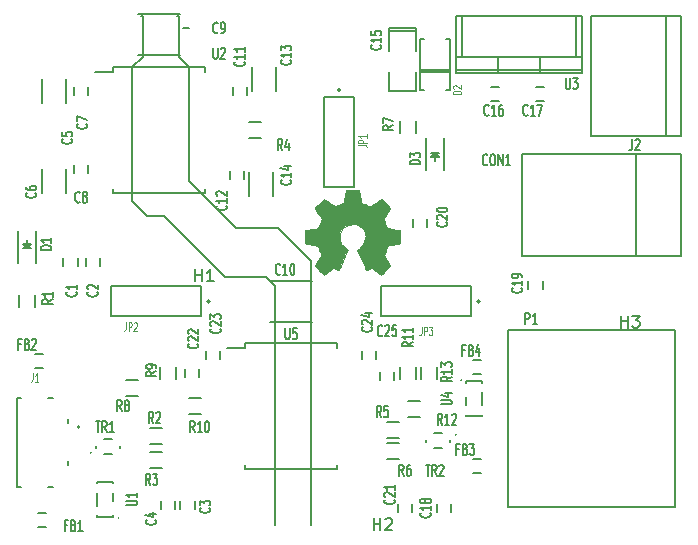
<source format=gbr>
G04 #@! TF.FileFunction,Legend,Top*
%FSLAX46Y46*%
G04 Gerber Fmt 4.6, Leading zero omitted, Abs format (unit mm)*
G04 Created by KiCad (PCBNEW 4.0.2-stable) date 26/07/2016 20:14:39*
%MOMM*%
G01*
G04 APERTURE LIST*
%ADD10C,0.100000*%
%ADD11C,0.200000*%
%ADD12C,0.150000*%
%ADD13C,0.203200*%
%ADD14C,0.127000*%
%ADD15C,0.002540*%
%ADD16C,0.152400*%
%ADD17C,0.114300*%
G04 APERTURE END LIST*
D10*
D11*
X122428000Y-93599000D02*
X121158000Y-92329000D01*
X123825000Y-93599000D02*
X122428000Y-93599000D01*
X125222000Y-94996000D02*
X123825000Y-93599000D01*
X121158000Y-81026000D02*
X121285000Y-81026000D01*
X121158000Y-92329000D02*
X121158000Y-81026000D01*
X129032000Y-98806000D02*
X129032000Y-98679000D01*
X132461000Y-98806000D02*
X129032000Y-98806000D01*
X125222000Y-94996000D02*
X129032000Y-98806000D01*
X122047000Y-76708000D02*
X121920000Y-76708000D01*
X122047000Y-80137000D02*
X122047000Y-76708000D01*
X121158000Y-81026000D02*
X122047000Y-80137000D01*
X125095000Y-76708000D02*
X124968000Y-76708000D01*
X125095000Y-80137000D02*
X125095000Y-76708000D01*
X125984000Y-81026000D02*
X125095000Y-80137000D01*
X125984000Y-90678000D02*
X125984000Y-81026000D01*
X129921000Y-94615000D02*
X125984000Y-90678000D01*
X133477000Y-94615000D02*
X129921000Y-94615000D01*
X133985000Y-95123000D02*
X133477000Y-94615000D01*
X136271000Y-97409000D02*
X133985000Y-95123000D01*
X136271000Y-119761000D02*
X136271000Y-97409000D01*
X136271000Y-99187000D02*
X136271000Y-119761000D01*
X133223000Y-104394000D02*
X133223000Y-119761000D01*
X133223000Y-102743000D02*
X133223000Y-104394000D01*
X133223000Y-99568000D02*
X133223000Y-102743000D01*
X132461000Y-98806000D02*
X133223000Y-99568000D01*
X125984000Y-77724000D02*
X125476000Y-77724000D01*
D12*
X166878000Y-97028000D02*
X167640000Y-97028000D01*
X167640000Y-97028000D02*
X167640000Y-88392000D01*
X167640000Y-88392000D02*
X166878000Y-88392000D01*
X163830000Y-97028000D02*
X163830000Y-88392000D01*
X154178000Y-97028000D02*
X154178000Y-88392000D01*
X166878000Y-88392000D02*
X154178000Y-88392000D01*
X166878000Y-97028000D02*
X154178000Y-97028000D01*
X153032880Y-103250140D02*
X167129880Y-103250140D01*
X167129880Y-118236140D02*
X153032880Y-118236140D01*
X153032880Y-103250140D02*
X153032880Y-118236140D01*
X167129880Y-103250140D02*
X167129880Y-118236140D01*
X115351000Y-97886000D02*
X115351000Y-97186000D01*
X116551000Y-97186000D02*
X116551000Y-97886000D01*
X117256000Y-97886000D02*
X117256000Y-97186000D01*
X118456000Y-97186000D02*
X118456000Y-97886000D01*
X125257000Y-118460000D02*
X125257000Y-117760000D01*
X126457000Y-117760000D02*
X126457000Y-118460000D01*
X123606000Y-118460000D02*
X123606000Y-117760000D01*
X124806000Y-117760000D02*
X124806000Y-118460000D01*
X115579000Y-84058000D02*
X115579000Y-82058000D01*
X113529000Y-82058000D02*
X113529000Y-84058000D01*
X115579000Y-91678000D02*
X115579000Y-89678000D01*
X113529000Y-89678000D02*
X113529000Y-91678000D01*
X117440000Y-82708000D02*
X117440000Y-83408000D01*
X116240000Y-83408000D02*
X116240000Y-82708000D01*
X117440000Y-89312000D02*
X117440000Y-90012000D01*
X116240000Y-90012000D02*
X116240000Y-89312000D01*
X121644000Y-79957000D02*
X125244000Y-79957000D01*
X125244000Y-76507000D02*
X121644000Y-76507000D01*
X132820000Y-102563000D02*
X136420000Y-102563000D01*
X136420000Y-99113000D02*
X132820000Y-99113000D01*
X130902000Y-82708000D02*
X130902000Y-83408000D01*
X129702000Y-83408000D02*
X129702000Y-82708000D01*
X130648000Y-89820000D02*
X130648000Y-90520000D01*
X129448000Y-90520000D02*
X129448000Y-89820000D01*
X133359000Y-83042000D02*
X133359000Y-81042000D01*
X131309000Y-81042000D02*
X131309000Y-83042000D01*
X133105000Y-91932000D02*
X133105000Y-89932000D01*
X131055000Y-89932000D02*
X131055000Y-91932000D01*
X145161000Y-77978000D02*
X145161000Y-77724000D01*
X145161000Y-77724000D02*
X142875000Y-77724000D01*
X142875000Y-77724000D02*
X142875000Y-77978000D01*
X145161000Y-77978000D02*
X142875000Y-77978000D01*
X142875000Y-77978000D02*
X142875000Y-79629000D01*
X145161000Y-81407000D02*
X145161000Y-83058000D01*
X145161000Y-83058000D02*
X142875000Y-83058000D01*
X142875000Y-83058000D02*
X142875000Y-81407000D01*
X145161000Y-79629000D02*
X145161000Y-77978000D01*
X151542000Y-82712000D02*
X152242000Y-82712000D01*
X152242000Y-83912000D02*
X151542000Y-83912000D01*
X156052000Y-83912000D02*
X155352000Y-83912000D01*
X155352000Y-82712000D02*
X156052000Y-82712000D01*
X146974000Y-118714000D02*
X146974000Y-118014000D01*
X148174000Y-118014000D02*
X148174000Y-118714000D01*
X154721000Y-99791000D02*
X154721000Y-99091000D01*
X155921000Y-99091000D02*
X155921000Y-99791000D01*
X144942000Y-94584000D02*
X144942000Y-93884000D01*
X146142000Y-93884000D02*
X146142000Y-94584000D01*
X143672000Y-118714000D02*
X143672000Y-118014000D01*
X144872000Y-118014000D02*
X144872000Y-118714000D01*
X125638000Y-107284000D02*
X125638000Y-106584000D01*
X126838000Y-106584000D02*
X126838000Y-107284000D01*
X127416000Y-105760000D02*
X127416000Y-105060000D01*
X128616000Y-105060000D02*
X128616000Y-105760000D01*
X140624000Y-105760000D02*
X140624000Y-105060000D01*
X141824000Y-105060000D02*
X141824000Y-105760000D01*
X142148000Y-107538000D02*
X142148000Y-106838000D01*
X143348000Y-106838000D02*
X143348000Y-107538000D01*
X113018000Y-97612000D02*
X113018000Y-94912000D01*
X111518000Y-97612000D02*
X111518000Y-94912000D01*
X112418000Y-96112000D02*
X112168000Y-96112000D01*
X112168000Y-96112000D02*
X112318000Y-96262000D01*
X111918000Y-96362000D02*
X112618000Y-96362000D01*
X112268000Y-96012000D02*
X112268000Y-95662000D01*
X112268000Y-96362000D02*
X111918000Y-96012000D01*
X111918000Y-96012000D02*
X112618000Y-96012000D01*
X112618000Y-96012000D02*
X112268000Y-96362000D01*
X146062000Y-87046000D02*
X146062000Y-89746000D01*
X147562000Y-87046000D02*
X147562000Y-89746000D01*
X146662000Y-88546000D02*
X146912000Y-88546000D01*
X146912000Y-88546000D02*
X146762000Y-88396000D01*
X147162000Y-88296000D02*
X146462000Y-88296000D01*
X146812000Y-88646000D02*
X146812000Y-88996000D01*
X146812000Y-88296000D02*
X147162000Y-88646000D01*
X147162000Y-88646000D02*
X146462000Y-88646000D01*
X146462000Y-88646000D02*
X146812000Y-88296000D01*
X113888000Y-119980000D02*
X113188000Y-119980000D01*
X113188000Y-118780000D02*
X113888000Y-118780000D01*
X112934000Y-105318000D02*
X113634000Y-105318000D01*
X113634000Y-106518000D02*
X112934000Y-106518000D01*
X150018000Y-114208000D02*
X150718000Y-114208000D01*
X150718000Y-115408000D02*
X150018000Y-115408000D01*
X150718000Y-107026000D02*
X150018000Y-107026000D01*
X150018000Y-105826000D02*
X150718000Y-105826000D01*
X166370000Y-76708000D02*
X166370000Y-86868000D01*
X167640000Y-76708000D02*
X160020000Y-76708000D01*
X160020000Y-76708000D02*
X160020000Y-86868000D01*
X160020000Y-86868000D02*
X167640000Y-86868000D01*
X167640000Y-86868000D02*
X167640000Y-76708000D01*
X111593000Y-101338000D02*
X111593000Y-100338000D01*
X112943000Y-100338000D02*
X112943000Y-101338000D01*
X122690000Y-111593000D02*
X123690000Y-111593000D01*
X123690000Y-112943000D02*
X122690000Y-112943000D01*
X122690000Y-113625000D02*
X123690000Y-113625000D01*
X123690000Y-114975000D02*
X122690000Y-114975000D01*
X131072000Y-85685000D02*
X132072000Y-85685000D01*
X132072000Y-87035000D02*
X131072000Y-87035000D01*
X142756000Y-111085000D02*
X143756000Y-111085000D01*
X143756000Y-112435000D02*
X142756000Y-112435000D01*
X142756000Y-112863000D02*
X143756000Y-112863000D01*
X143756000Y-114213000D02*
X142756000Y-114213000D01*
X145201000Y-85606000D02*
X145201000Y-86606000D01*
X143851000Y-86606000D02*
X143851000Y-85606000D01*
X121658000Y-108879000D02*
X120658000Y-108879000D01*
X120658000Y-107529000D02*
X121658000Y-107529000D01*
X124881000Y-106434000D02*
X124881000Y-107434000D01*
X123531000Y-107434000D02*
X123531000Y-106434000D01*
X126992000Y-110403000D02*
X125992000Y-110403000D01*
X125992000Y-109053000D02*
X126992000Y-109053000D01*
X143851000Y-107434000D02*
X143851000Y-106434000D01*
X145201000Y-106434000D02*
X145201000Y-107434000D01*
X145534000Y-110657000D02*
X144534000Y-110657000D01*
X144534000Y-109307000D02*
X145534000Y-109307000D01*
X145629000Y-107434000D02*
X145629000Y-106434000D01*
X146979000Y-106434000D02*
X146979000Y-107434000D01*
X119569000Y-81035000D02*
X119569000Y-81390000D01*
X127319000Y-81035000D02*
X127319000Y-81390000D01*
X127319000Y-91685000D02*
X127319000Y-91330000D01*
X119569000Y-91685000D02*
X119569000Y-91330000D01*
X119569000Y-81035000D02*
X127319000Y-81035000D01*
X119569000Y-91685000D02*
X127319000Y-91685000D01*
X119569000Y-81390000D02*
X118044000Y-81390000D01*
X149098000Y-80137000D02*
X149098000Y-76708000D01*
X158750000Y-80137000D02*
X158750000Y-76708000D01*
X148590000Y-81280000D02*
X159258000Y-81280000D01*
X152146000Y-80264000D02*
X152146000Y-81534000D01*
X155702000Y-80264000D02*
X155702000Y-81534000D01*
X159258000Y-80137000D02*
X148590000Y-80137000D01*
X148590000Y-76708000D02*
X159258000Y-76708000D01*
X159258000Y-81534000D02*
X159258000Y-76708000D01*
X148590000Y-81534000D02*
X148590000Y-76708000D01*
X148590000Y-81534000D02*
X159258000Y-81534000D01*
D13*
X138811000Y-82931000D02*
G75*
G03X138811000Y-82931000I-127000J0D01*
G01*
D14*
X137414000Y-83566000D02*
X139954000Y-83566000D01*
X139954000Y-83566000D02*
X139954000Y-91186000D01*
X139954000Y-91186000D02*
X137414000Y-91186000D01*
X137414000Y-91186000D02*
X137414000Y-83566000D01*
D13*
X127762000Y-100838000D02*
G75*
G03X127762000Y-100838000I-127000J0D01*
G01*
D14*
X127000000Y-99568000D02*
X127000000Y-102108000D01*
X127000000Y-102108000D02*
X119380000Y-102108000D01*
X119380000Y-102108000D02*
X119380000Y-99568000D01*
X119380000Y-99568000D02*
X127000000Y-99568000D01*
D13*
X150622000Y-100838000D02*
G75*
G03X150622000Y-100838000I-127000J0D01*
G01*
D14*
X149860000Y-99568000D02*
X149860000Y-102108000D01*
X149860000Y-102108000D02*
X142240000Y-102108000D01*
X142240000Y-102108000D02*
X142240000Y-99568000D01*
X142240000Y-99568000D02*
X149860000Y-99568000D01*
D12*
X130745000Y-104403000D02*
X130745000Y-104758000D01*
X138495000Y-104403000D02*
X138495000Y-104758000D01*
X138495000Y-115053000D02*
X138495000Y-114698000D01*
X130745000Y-115053000D02*
X130745000Y-114698000D01*
X130745000Y-104403000D02*
X138495000Y-104403000D01*
X130745000Y-115053000D02*
X138495000Y-115053000D01*
X130745000Y-104758000D02*
X129220000Y-104758000D01*
D14*
X111753000Y-116526000D02*
X111453000Y-116526000D01*
X111453000Y-109026000D02*
X111753000Y-109026000D01*
D13*
X116703711Y-111476000D02*
G75*
G03X116703711Y-111476000I-70711J0D01*
G01*
D14*
X115753000Y-114376000D02*
X115753000Y-114726000D01*
X115753000Y-110826000D02*
X115753000Y-111176000D01*
X114503000Y-109026000D02*
X114003000Y-109026000D01*
X114503000Y-116526000D02*
X114003000Y-116526000D01*
X111453000Y-109026000D02*
X111453000Y-116526000D01*
D15*
G36*
X137403840Y-98587560D02*
X137444480Y-98567240D01*
X137538460Y-98508820D01*
X137673080Y-98419920D01*
X137830560Y-98315780D01*
X137988040Y-98206560D01*
X138117580Y-98120200D01*
X138209020Y-98061780D01*
X138247120Y-98041460D01*
X138267440Y-98046540D01*
X138343640Y-98084640D01*
X138452860Y-98140520D01*
X138516360Y-98173540D01*
X138615420Y-98216720D01*
X138666220Y-98226880D01*
X138673840Y-98211640D01*
X138711940Y-98135440D01*
X138767820Y-98003360D01*
X138844020Y-97830640D01*
X138930380Y-97627440D01*
X139024360Y-97409000D01*
X139115800Y-97185480D01*
X139204700Y-96972120D01*
X139283440Y-96781620D01*
X139346940Y-96626680D01*
X139387580Y-96517460D01*
X139402820Y-96471740D01*
X139397740Y-96461580D01*
X139346940Y-96413320D01*
X139260580Y-96347280D01*
X139070080Y-96192340D01*
X138884660Y-95958660D01*
X138770360Y-95694500D01*
X138732260Y-95399860D01*
X138765280Y-95128080D01*
X138871960Y-94866460D01*
X139054840Y-94630240D01*
X139275820Y-94454980D01*
X139534900Y-94343220D01*
X139827000Y-94307660D01*
X140106400Y-94338140D01*
X140373100Y-94444820D01*
X140609320Y-94625160D01*
X140708380Y-94739460D01*
X140845540Y-94978220D01*
X140924280Y-95234760D01*
X140931900Y-95298260D01*
X140921740Y-95580200D01*
X140837920Y-95849440D01*
X140690600Y-96090740D01*
X140484860Y-96286320D01*
X140456920Y-96306640D01*
X140362940Y-96377760D01*
X140299440Y-96426020D01*
X140248640Y-96466660D01*
X140606780Y-97327720D01*
X140662660Y-97464880D01*
X140761720Y-97701100D01*
X140848080Y-97904300D01*
X140916660Y-98064320D01*
X140964920Y-98173540D01*
X140985240Y-98216720D01*
X140987780Y-98219260D01*
X141018260Y-98224340D01*
X141084300Y-98198940D01*
X141203680Y-98140520D01*
X141284960Y-98099880D01*
X141376400Y-98056700D01*
X141417040Y-98041460D01*
X141452600Y-98059240D01*
X141538960Y-98117660D01*
X141668500Y-98201480D01*
X141820900Y-98305620D01*
X141968220Y-98407220D01*
X142102840Y-98496120D01*
X142201900Y-98557080D01*
X142250160Y-98585020D01*
X142257780Y-98585020D01*
X142298420Y-98559620D01*
X142377160Y-98496120D01*
X142494000Y-98384360D01*
X142659100Y-98221800D01*
X142684500Y-98196400D01*
X142821660Y-98056700D01*
X142933420Y-97939860D01*
X143007080Y-97858580D01*
X143032480Y-97820480D01*
X143032480Y-97820480D01*
X143009620Y-97772220D01*
X142946120Y-97675700D01*
X142857220Y-97538540D01*
X142748000Y-97378520D01*
X142463520Y-96964500D01*
X142621000Y-96573340D01*
X142669260Y-96453960D01*
X142730220Y-96309180D01*
X142773400Y-96205040D01*
X142798800Y-96159320D01*
X142839440Y-96144080D01*
X142948660Y-96118680D01*
X143103600Y-96085660D01*
X143286480Y-96052640D01*
X143464280Y-96019620D01*
X143624300Y-95989140D01*
X143738600Y-95966280D01*
X143789400Y-95956120D01*
X143802100Y-95948500D01*
X143812260Y-95923100D01*
X143819880Y-95869760D01*
X143822420Y-95773240D01*
X143824960Y-95620840D01*
X143824960Y-95399860D01*
X143824960Y-95377000D01*
X143822420Y-95166180D01*
X143819880Y-94998540D01*
X143814800Y-94889320D01*
X143807180Y-94846140D01*
X143807180Y-94846140D01*
X143756380Y-94833440D01*
X143644620Y-94810580D01*
X143484600Y-94777560D01*
X143294100Y-94742000D01*
X143283940Y-94739460D01*
X143093440Y-94703900D01*
X142935960Y-94670880D01*
X142824200Y-94645480D01*
X142778480Y-94630240D01*
X142768320Y-94617540D01*
X142730220Y-94543880D01*
X142674340Y-94427040D01*
X142613380Y-94282260D01*
X142549880Y-94134940D01*
X142496540Y-94000320D01*
X142460980Y-93901260D01*
X142450820Y-93855540D01*
X142450820Y-93855540D01*
X142478760Y-93809820D01*
X142544800Y-93710760D01*
X142636240Y-93576140D01*
X142748000Y-93413580D01*
X142755620Y-93400880D01*
X142864840Y-93240860D01*
X142953740Y-93106240D01*
X143012160Y-93009720D01*
X143032480Y-92966540D01*
X143032480Y-92964000D01*
X142996920Y-92915740D01*
X142915640Y-92826840D01*
X142798800Y-92704920D01*
X142659100Y-92562680D01*
X142613380Y-92519500D01*
X142458440Y-92367100D01*
X142351760Y-92268040D01*
X142283180Y-92214700D01*
X142250160Y-92202000D01*
X142250160Y-92204540D01*
X142201900Y-92232480D01*
X142100300Y-92298520D01*
X141963140Y-92392500D01*
X141800580Y-92501720D01*
X141790420Y-92509340D01*
X141630400Y-92618560D01*
X141498320Y-92707460D01*
X141401800Y-92770960D01*
X141361160Y-92796360D01*
X141353540Y-92796360D01*
X141290040Y-92776040D01*
X141175740Y-92737940D01*
X141036040Y-92682060D01*
X140888720Y-92623640D01*
X140754100Y-92567760D01*
X140652500Y-92519500D01*
X140604240Y-92494100D01*
X140604240Y-92491560D01*
X140586460Y-92433140D01*
X140558520Y-92313760D01*
X140525500Y-92148660D01*
X140487400Y-91953080D01*
X140482320Y-91922600D01*
X140446760Y-91732100D01*
X140416280Y-91574620D01*
X140393420Y-91465400D01*
X140380720Y-91419680D01*
X140355320Y-91414600D01*
X140261340Y-91406980D01*
X140119100Y-91404440D01*
X139946380Y-91401900D01*
X139766040Y-91404440D01*
X139590780Y-91406980D01*
X139438380Y-91412060D01*
X139331700Y-91419680D01*
X139285980Y-91429840D01*
X139283440Y-91432380D01*
X139268200Y-91490800D01*
X139242800Y-91610180D01*
X139207240Y-91775280D01*
X139169140Y-91973400D01*
X139164060Y-92006420D01*
X139128500Y-92196920D01*
X139095480Y-92351860D01*
X139072620Y-92461080D01*
X139059920Y-92501720D01*
X139044680Y-92511880D01*
X138965940Y-92544900D01*
X138838940Y-92598240D01*
X138678920Y-92661740D01*
X138313160Y-92811600D01*
X137866120Y-92501720D01*
X137822940Y-92473780D01*
X137662920Y-92364560D01*
X137528300Y-92275660D01*
X137436860Y-92217240D01*
X137398760Y-92194380D01*
X137396220Y-92196920D01*
X137350500Y-92235020D01*
X137261600Y-92318840D01*
X137139680Y-92438220D01*
X136999980Y-92577920D01*
X136895840Y-92682060D01*
X136771380Y-92809060D01*
X136692640Y-92892880D01*
X136649460Y-92948760D01*
X136634220Y-92981780D01*
X136639300Y-93002100D01*
X136667240Y-93047820D01*
X136733280Y-93146880D01*
X136824720Y-93284040D01*
X136933940Y-93441520D01*
X137025380Y-93576140D01*
X137121900Y-93726000D01*
X137185400Y-93832680D01*
X137208260Y-93886020D01*
X137203180Y-93908880D01*
X137170160Y-93995240D01*
X137116820Y-94129860D01*
X137050780Y-94287340D01*
X136893300Y-94642940D01*
X136659620Y-94686120D01*
X136519920Y-94714060D01*
X136321800Y-94752160D01*
X136133840Y-94787720D01*
X135839200Y-94846140D01*
X135829040Y-95928180D01*
X135874760Y-95948500D01*
X135917940Y-95961200D01*
X136027160Y-95984060D01*
X136182100Y-96014540D01*
X136367520Y-96050100D01*
X136522460Y-96080580D01*
X136682480Y-96108520D01*
X136794240Y-96131380D01*
X136845040Y-96141540D01*
X136857740Y-96159320D01*
X136898380Y-96235520D01*
X136954260Y-96357440D01*
X137015220Y-96504760D01*
X137078720Y-96654620D01*
X137134600Y-96794320D01*
X137175240Y-96901000D01*
X137187940Y-96956880D01*
X137167620Y-97000060D01*
X137106660Y-97091500D01*
X137020300Y-97223580D01*
X136913620Y-97381060D01*
X136804400Y-97538540D01*
X136715500Y-97673160D01*
X136652000Y-97769680D01*
X136626600Y-97812860D01*
X136639300Y-97843340D01*
X136700260Y-97919540D01*
X136819640Y-98041460D01*
X136994900Y-98216720D01*
X137025380Y-98244660D01*
X137165080Y-98379280D01*
X137284460Y-98488500D01*
X137365740Y-98562160D01*
X137403840Y-98587560D01*
X137403840Y-98587560D01*
G37*
X137403840Y-98587560D02*
X137444480Y-98567240D01*
X137538460Y-98508820D01*
X137673080Y-98419920D01*
X137830560Y-98315780D01*
X137988040Y-98206560D01*
X138117580Y-98120200D01*
X138209020Y-98061780D01*
X138247120Y-98041460D01*
X138267440Y-98046540D01*
X138343640Y-98084640D01*
X138452860Y-98140520D01*
X138516360Y-98173540D01*
X138615420Y-98216720D01*
X138666220Y-98226880D01*
X138673840Y-98211640D01*
X138711940Y-98135440D01*
X138767820Y-98003360D01*
X138844020Y-97830640D01*
X138930380Y-97627440D01*
X139024360Y-97409000D01*
X139115800Y-97185480D01*
X139204700Y-96972120D01*
X139283440Y-96781620D01*
X139346940Y-96626680D01*
X139387580Y-96517460D01*
X139402820Y-96471740D01*
X139397740Y-96461580D01*
X139346940Y-96413320D01*
X139260580Y-96347280D01*
X139070080Y-96192340D01*
X138884660Y-95958660D01*
X138770360Y-95694500D01*
X138732260Y-95399860D01*
X138765280Y-95128080D01*
X138871960Y-94866460D01*
X139054840Y-94630240D01*
X139275820Y-94454980D01*
X139534900Y-94343220D01*
X139827000Y-94307660D01*
X140106400Y-94338140D01*
X140373100Y-94444820D01*
X140609320Y-94625160D01*
X140708380Y-94739460D01*
X140845540Y-94978220D01*
X140924280Y-95234760D01*
X140931900Y-95298260D01*
X140921740Y-95580200D01*
X140837920Y-95849440D01*
X140690600Y-96090740D01*
X140484860Y-96286320D01*
X140456920Y-96306640D01*
X140362940Y-96377760D01*
X140299440Y-96426020D01*
X140248640Y-96466660D01*
X140606780Y-97327720D01*
X140662660Y-97464880D01*
X140761720Y-97701100D01*
X140848080Y-97904300D01*
X140916660Y-98064320D01*
X140964920Y-98173540D01*
X140985240Y-98216720D01*
X140987780Y-98219260D01*
X141018260Y-98224340D01*
X141084300Y-98198940D01*
X141203680Y-98140520D01*
X141284960Y-98099880D01*
X141376400Y-98056700D01*
X141417040Y-98041460D01*
X141452600Y-98059240D01*
X141538960Y-98117660D01*
X141668500Y-98201480D01*
X141820900Y-98305620D01*
X141968220Y-98407220D01*
X142102840Y-98496120D01*
X142201900Y-98557080D01*
X142250160Y-98585020D01*
X142257780Y-98585020D01*
X142298420Y-98559620D01*
X142377160Y-98496120D01*
X142494000Y-98384360D01*
X142659100Y-98221800D01*
X142684500Y-98196400D01*
X142821660Y-98056700D01*
X142933420Y-97939860D01*
X143007080Y-97858580D01*
X143032480Y-97820480D01*
X143032480Y-97820480D01*
X143009620Y-97772220D01*
X142946120Y-97675700D01*
X142857220Y-97538540D01*
X142748000Y-97378520D01*
X142463520Y-96964500D01*
X142621000Y-96573340D01*
X142669260Y-96453960D01*
X142730220Y-96309180D01*
X142773400Y-96205040D01*
X142798800Y-96159320D01*
X142839440Y-96144080D01*
X142948660Y-96118680D01*
X143103600Y-96085660D01*
X143286480Y-96052640D01*
X143464280Y-96019620D01*
X143624300Y-95989140D01*
X143738600Y-95966280D01*
X143789400Y-95956120D01*
X143802100Y-95948500D01*
X143812260Y-95923100D01*
X143819880Y-95869760D01*
X143822420Y-95773240D01*
X143824960Y-95620840D01*
X143824960Y-95399860D01*
X143824960Y-95377000D01*
X143822420Y-95166180D01*
X143819880Y-94998540D01*
X143814800Y-94889320D01*
X143807180Y-94846140D01*
X143807180Y-94846140D01*
X143756380Y-94833440D01*
X143644620Y-94810580D01*
X143484600Y-94777560D01*
X143294100Y-94742000D01*
X143283940Y-94739460D01*
X143093440Y-94703900D01*
X142935960Y-94670880D01*
X142824200Y-94645480D01*
X142778480Y-94630240D01*
X142768320Y-94617540D01*
X142730220Y-94543880D01*
X142674340Y-94427040D01*
X142613380Y-94282260D01*
X142549880Y-94134940D01*
X142496540Y-94000320D01*
X142460980Y-93901260D01*
X142450820Y-93855540D01*
X142450820Y-93855540D01*
X142478760Y-93809820D01*
X142544800Y-93710760D01*
X142636240Y-93576140D01*
X142748000Y-93413580D01*
X142755620Y-93400880D01*
X142864840Y-93240860D01*
X142953740Y-93106240D01*
X143012160Y-93009720D01*
X143032480Y-92966540D01*
X143032480Y-92964000D01*
X142996920Y-92915740D01*
X142915640Y-92826840D01*
X142798800Y-92704920D01*
X142659100Y-92562680D01*
X142613380Y-92519500D01*
X142458440Y-92367100D01*
X142351760Y-92268040D01*
X142283180Y-92214700D01*
X142250160Y-92202000D01*
X142250160Y-92204540D01*
X142201900Y-92232480D01*
X142100300Y-92298520D01*
X141963140Y-92392500D01*
X141800580Y-92501720D01*
X141790420Y-92509340D01*
X141630400Y-92618560D01*
X141498320Y-92707460D01*
X141401800Y-92770960D01*
X141361160Y-92796360D01*
X141353540Y-92796360D01*
X141290040Y-92776040D01*
X141175740Y-92737940D01*
X141036040Y-92682060D01*
X140888720Y-92623640D01*
X140754100Y-92567760D01*
X140652500Y-92519500D01*
X140604240Y-92494100D01*
X140604240Y-92491560D01*
X140586460Y-92433140D01*
X140558520Y-92313760D01*
X140525500Y-92148660D01*
X140487400Y-91953080D01*
X140482320Y-91922600D01*
X140446760Y-91732100D01*
X140416280Y-91574620D01*
X140393420Y-91465400D01*
X140380720Y-91419680D01*
X140355320Y-91414600D01*
X140261340Y-91406980D01*
X140119100Y-91404440D01*
X139946380Y-91401900D01*
X139766040Y-91404440D01*
X139590780Y-91406980D01*
X139438380Y-91412060D01*
X139331700Y-91419680D01*
X139285980Y-91429840D01*
X139283440Y-91432380D01*
X139268200Y-91490800D01*
X139242800Y-91610180D01*
X139207240Y-91775280D01*
X139169140Y-91973400D01*
X139164060Y-92006420D01*
X139128500Y-92196920D01*
X139095480Y-92351860D01*
X139072620Y-92461080D01*
X139059920Y-92501720D01*
X139044680Y-92511880D01*
X138965940Y-92544900D01*
X138838940Y-92598240D01*
X138678920Y-92661740D01*
X138313160Y-92811600D01*
X137866120Y-92501720D01*
X137822940Y-92473780D01*
X137662920Y-92364560D01*
X137528300Y-92275660D01*
X137436860Y-92217240D01*
X137398760Y-92194380D01*
X137396220Y-92196920D01*
X137350500Y-92235020D01*
X137261600Y-92318840D01*
X137139680Y-92438220D01*
X136999980Y-92577920D01*
X136895840Y-92682060D01*
X136771380Y-92809060D01*
X136692640Y-92892880D01*
X136649460Y-92948760D01*
X136634220Y-92981780D01*
X136639300Y-93002100D01*
X136667240Y-93047820D01*
X136733280Y-93146880D01*
X136824720Y-93284040D01*
X136933940Y-93441520D01*
X137025380Y-93576140D01*
X137121900Y-93726000D01*
X137185400Y-93832680D01*
X137208260Y-93886020D01*
X137203180Y-93908880D01*
X137170160Y-93995240D01*
X137116820Y-94129860D01*
X137050780Y-94287340D01*
X136893300Y-94642940D01*
X136659620Y-94686120D01*
X136519920Y-94714060D01*
X136321800Y-94752160D01*
X136133840Y-94787720D01*
X135839200Y-94846140D01*
X135829040Y-95928180D01*
X135874760Y-95948500D01*
X135917940Y-95961200D01*
X136027160Y-95984060D01*
X136182100Y-96014540D01*
X136367520Y-96050100D01*
X136522460Y-96080580D01*
X136682480Y-96108520D01*
X136794240Y-96131380D01*
X136845040Y-96141540D01*
X136857740Y-96159320D01*
X136898380Y-96235520D01*
X136954260Y-96357440D01*
X137015220Y-96504760D01*
X137078720Y-96654620D01*
X137134600Y-96794320D01*
X137175240Y-96901000D01*
X137187940Y-96956880D01*
X137167620Y-97000060D01*
X137106660Y-97091500D01*
X137020300Y-97223580D01*
X136913620Y-97381060D01*
X136804400Y-97538540D01*
X136715500Y-97673160D01*
X136652000Y-97769680D01*
X136626600Y-97812860D01*
X136639300Y-97843340D01*
X136700260Y-97919540D01*
X136819640Y-98041460D01*
X136994900Y-98216720D01*
X137025380Y-98244660D01*
X137165080Y-98379280D01*
X137284460Y-98488500D01*
X137365740Y-98562160D01*
X137403840Y-98587560D01*
D14*
X148112000Y-81372000D02*
X145512000Y-81372000D01*
X145512000Y-81272000D02*
X148112000Y-81272000D01*
X148112000Y-81422000D02*
X145512000Y-81422000D01*
X145512000Y-82922000D02*
X145512000Y-78622000D01*
X145512000Y-78622000D02*
X145862000Y-78622000D01*
X145512000Y-82922000D02*
X145862000Y-82922000D01*
X148112000Y-78622000D02*
X148112000Y-82922000D01*
X148112000Y-82922000D02*
X147762000Y-82922000D01*
X148112000Y-78622000D02*
X147762000Y-78622000D01*
X117690900Y-113665000D02*
G75*
G03X117690900Y-113665000I-38100J0D01*
G01*
X120154700Y-113080800D02*
X120154700Y-113233200D01*
X118097300Y-113080800D02*
X118097300Y-113233200D01*
X118783100Y-113792000D02*
X119468900Y-113792000D01*
X118783100Y-112522000D02*
X119468900Y-112522000D01*
X148577300Y-112141000D02*
G75*
G03X148577300Y-112141000I-38100J0D01*
G01*
X146037300Y-112725200D02*
X146037300Y-112572800D01*
X148094700Y-112725200D02*
X148094700Y-112572800D01*
X147408900Y-112014000D02*
X146723100Y-112014000D01*
X147408900Y-113284000D02*
X146723100Y-113284000D01*
X120022000Y-119202000D02*
G75*
G03X120022000Y-119202000I-50000J0D01*
G01*
X118222000Y-116102000D02*
X118222000Y-116252000D01*
X118222000Y-116102000D02*
X119522000Y-116102000D01*
X119522000Y-116102000D02*
X119522000Y-116252000D01*
X118222000Y-119102000D02*
X118222000Y-118952000D01*
X118222000Y-119102000D02*
X119522000Y-119102000D01*
X119522000Y-119102000D02*
X119522000Y-118952000D01*
X119522000Y-117752000D02*
X119522000Y-117052000D01*
X118222000Y-118152000D02*
X118222000Y-117052000D01*
X149064000Y-107493000D02*
G75*
G03X149064000Y-107493000I-50000J0D01*
G01*
X150764000Y-110593000D02*
X150764000Y-110443000D01*
X150764000Y-110593000D02*
X149464000Y-110593000D01*
X149464000Y-110593000D02*
X149464000Y-110443000D01*
X150764000Y-107593000D02*
X150764000Y-107743000D01*
X150764000Y-107593000D02*
X149464000Y-107593000D01*
X149464000Y-107593000D02*
X149464000Y-107743000D01*
X149464000Y-108943000D02*
X149464000Y-109643000D01*
X150764000Y-108543000D02*
X150764000Y-109643000D01*
D16*
X151247929Y-89226571D02*
X151217691Y-89270114D01*
X151126976Y-89313657D01*
X151066500Y-89313657D01*
X150975786Y-89270114D01*
X150915310Y-89183029D01*
X150885071Y-89095943D01*
X150854833Y-88921771D01*
X150854833Y-88791143D01*
X150885071Y-88616971D01*
X150915310Y-88529886D01*
X150975786Y-88442800D01*
X151066500Y-88399257D01*
X151126976Y-88399257D01*
X151217691Y-88442800D01*
X151247929Y-88486343D01*
X151641024Y-88399257D02*
X151761976Y-88399257D01*
X151822452Y-88442800D01*
X151882929Y-88529886D01*
X151913167Y-88704057D01*
X151913167Y-89008857D01*
X151882929Y-89183029D01*
X151822452Y-89270114D01*
X151761976Y-89313657D01*
X151641024Y-89313657D01*
X151580548Y-89270114D01*
X151520071Y-89183029D01*
X151489833Y-89008857D01*
X151489833Y-88704057D01*
X151520071Y-88529886D01*
X151580548Y-88442800D01*
X151641024Y-88399257D01*
X152185309Y-89313657D02*
X152185309Y-88399257D01*
X152548167Y-89313657D01*
X152548167Y-88399257D01*
X153183167Y-89313657D02*
X152820309Y-89313657D01*
X153001738Y-89313657D02*
X153001738Y-88399257D01*
X152941262Y-88529886D01*
X152880786Y-88616971D01*
X152820309Y-88660514D01*
X154471309Y-102775657D02*
X154471309Y-101861257D01*
X154713214Y-101861257D01*
X154773690Y-101904800D01*
X154803929Y-101948343D01*
X154834167Y-102035429D01*
X154834167Y-102166057D01*
X154803929Y-102253143D01*
X154773690Y-102296686D01*
X154713214Y-102340229D01*
X154471309Y-102340229D01*
X155438929Y-102775657D02*
X155076071Y-102775657D01*
X155257500Y-102775657D02*
X155257500Y-101861257D01*
X155197024Y-101991886D01*
X155136548Y-102078971D01*
X155076071Y-102122514D01*
X116404571Y-100054833D02*
X116448114Y-100085071D01*
X116491657Y-100175786D01*
X116491657Y-100236262D01*
X116448114Y-100326976D01*
X116361029Y-100387452D01*
X116273943Y-100417691D01*
X116099771Y-100447929D01*
X115969143Y-100447929D01*
X115794971Y-100417691D01*
X115707886Y-100387452D01*
X115620800Y-100326976D01*
X115577257Y-100236262D01*
X115577257Y-100175786D01*
X115620800Y-100085071D01*
X115664343Y-100054833D01*
X116491657Y-99450071D02*
X116491657Y-99812929D01*
X116491657Y-99631500D02*
X115577257Y-99631500D01*
X115707886Y-99691976D01*
X115794971Y-99752452D01*
X115838514Y-99812929D01*
X118182571Y-100054833D02*
X118226114Y-100085071D01*
X118269657Y-100175786D01*
X118269657Y-100236262D01*
X118226114Y-100326976D01*
X118139029Y-100387452D01*
X118051943Y-100417691D01*
X117877771Y-100447929D01*
X117747143Y-100447929D01*
X117572971Y-100417691D01*
X117485886Y-100387452D01*
X117398800Y-100326976D01*
X117355257Y-100236262D01*
X117355257Y-100175786D01*
X117398800Y-100085071D01*
X117442343Y-100054833D01*
X117442343Y-99812929D02*
X117398800Y-99782691D01*
X117355257Y-99722214D01*
X117355257Y-99571024D01*
X117398800Y-99510548D01*
X117442343Y-99480310D01*
X117529429Y-99450071D01*
X117616514Y-99450071D01*
X117747143Y-99480310D01*
X118269657Y-99843167D01*
X118269657Y-99450071D01*
X127707571Y-118342833D02*
X127751114Y-118373071D01*
X127794657Y-118463786D01*
X127794657Y-118524262D01*
X127751114Y-118614976D01*
X127664029Y-118675452D01*
X127576943Y-118705691D01*
X127402771Y-118735929D01*
X127272143Y-118735929D01*
X127097971Y-118705691D01*
X127010886Y-118675452D01*
X126923800Y-118614976D01*
X126880257Y-118524262D01*
X126880257Y-118463786D01*
X126923800Y-118373071D01*
X126967343Y-118342833D01*
X126880257Y-118131167D02*
X126880257Y-117738071D01*
X127228600Y-117949738D01*
X127228600Y-117859024D01*
X127272143Y-117798548D01*
X127315686Y-117768310D01*
X127402771Y-117738071D01*
X127620486Y-117738071D01*
X127707571Y-117768310D01*
X127751114Y-117798548D01*
X127794657Y-117859024D01*
X127794657Y-118040452D01*
X127751114Y-118100929D01*
X127707571Y-118131167D01*
X123135571Y-119358833D02*
X123179114Y-119389071D01*
X123222657Y-119479786D01*
X123222657Y-119540262D01*
X123179114Y-119630976D01*
X123092029Y-119691452D01*
X123004943Y-119721691D01*
X122830771Y-119751929D01*
X122700143Y-119751929D01*
X122525971Y-119721691D01*
X122438886Y-119691452D01*
X122351800Y-119630976D01*
X122308257Y-119540262D01*
X122308257Y-119479786D01*
X122351800Y-119389071D01*
X122395343Y-119358833D01*
X122613057Y-118814548D02*
X123222657Y-118814548D01*
X122264714Y-118965738D02*
X122917857Y-119116929D01*
X122917857Y-118723833D01*
X116023571Y-87100833D02*
X116067114Y-87131071D01*
X116110657Y-87221786D01*
X116110657Y-87282262D01*
X116067114Y-87372976D01*
X115980029Y-87433452D01*
X115892943Y-87463691D01*
X115718771Y-87493929D01*
X115588143Y-87493929D01*
X115413971Y-87463691D01*
X115326886Y-87433452D01*
X115239800Y-87372976D01*
X115196257Y-87282262D01*
X115196257Y-87221786D01*
X115239800Y-87131071D01*
X115283343Y-87100833D01*
X115196257Y-86526310D02*
X115196257Y-86828691D01*
X115631686Y-86858929D01*
X115588143Y-86828691D01*
X115544600Y-86768214D01*
X115544600Y-86617024D01*
X115588143Y-86556548D01*
X115631686Y-86526310D01*
X115718771Y-86496071D01*
X115936486Y-86496071D01*
X116023571Y-86526310D01*
X116067114Y-86556548D01*
X116110657Y-86617024D01*
X116110657Y-86768214D01*
X116067114Y-86828691D01*
X116023571Y-86858929D01*
X112975571Y-91672833D02*
X113019114Y-91703071D01*
X113062657Y-91793786D01*
X113062657Y-91854262D01*
X113019114Y-91944976D01*
X112932029Y-92005452D01*
X112844943Y-92035691D01*
X112670771Y-92065929D01*
X112540143Y-92065929D01*
X112365971Y-92035691D01*
X112278886Y-92005452D01*
X112191800Y-91944976D01*
X112148257Y-91854262D01*
X112148257Y-91793786D01*
X112191800Y-91703071D01*
X112235343Y-91672833D01*
X112148257Y-91128548D02*
X112148257Y-91249500D01*
X112191800Y-91309976D01*
X112235343Y-91340214D01*
X112365971Y-91400691D01*
X112540143Y-91430929D01*
X112888486Y-91430929D01*
X112975571Y-91400691D01*
X113019114Y-91370452D01*
X113062657Y-91309976D01*
X113062657Y-91189024D01*
X113019114Y-91128548D01*
X112975571Y-91098310D01*
X112888486Y-91068071D01*
X112670771Y-91068071D01*
X112583686Y-91098310D01*
X112540143Y-91128548D01*
X112496600Y-91189024D01*
X112496600Y-91309976D01*
X112540143Y-91370452D01*
X112583686Y-91400691D01*
X112670771Y-91430929D01*
X117293571Y-85830833D02*
X117337114Y-85861071D01*
X117380657Y-85951786D01*
X117380657Y-86012262D01*
X117337114Y-86102976D01*
X117250029Y-86163452D01*
X117162943Y-86193691D01*
X116988771Y-86223929D01*
X116858143Y-86223929D01*
X116683971Y-86193691D01*
X116596886Y-86163452D01*
X116509800Y-86102976D01*
X116466257Y-86012262D01*
X116466257Y-85951786D01*
X116509800Y-85861071D01*
X116553343Y-85830833D01*
X116466257Y-85619167D02*
X116466257Y-85195833D01*
X117380657Y-85467976D01*
X116734167Y-92401571D02*
X116703929Y-92445114D01*
X116613214Y-92488657D01*
X116552738Y-92488657D01*
X116462024Y-92445114D01*
X116401548Y-92358029D01*
X116371309Y-92270943D01*
X116341071Y-92096771D01*
X116341071Y-91966143D01*
X116371309Y-91791971D01*
X116401548Y-91704886D01*
X116462024Y-91617800D01*
X116552738Y-91574257D01*
X116613214Y-91574257D01*
X116703929Y-91617800D01*
X116734167Y-91661343D01*
X117097024Y-91966143D02*
X117036548Y-91922600D01*
X117006309Y-91879057D01*
X116976071Y-91791971D01*
X116976071Y-91748429D01*
X117006309Y-91661343D01*
X117036548Y-91617800D01*
X117097024Y-91574257D01*
X117217976Y-91574257D01*
X117278452Y-91617800D01*
X117308690Y-91661343D01*
X117338929Y-91748429D01*
X117338929Y-91791971D01*
X117308690Y-91879057D01*
X117278452Y-91922600D01*
X117217976Y-91966143D01*
X117097024Y-91966143D01*
X117036548Y-92009686D01*
X117006309Y-92053229D01*
X116976071Y-92140314D01*
X116976071Y-92314486D01*
X117006309Y-92401571D01*
X117036548Y-92445114D01*
X117097024Y-92488657D01*
X117217976Y-92488657D01*
X117278452Y-92445114D01*
X117308690Y-92401571D01*
X117338929Y-92314486D01*
X117338929Y-92140314D01*
X117308690Y-92053229D01*
X117278452Y-92009686D01*
X117217976Y-91966143D01*
X128418167Y-78050571D02*
X128387929Y-78094114D01*
X128297214Y-78137657D01*
X128236738Y-78137657D01*
X128146024Y-78094114D01*
X128085548Y-78007029D01*
X128055309Y-77919943D01*
X128025071Y-77745771D01*
X128025071Y-77615143D01*
X128055309Y-77440971D01*
X128085548Y-77353886D01*
X128146024Y-77266800D01*
X128236738Y-77223257D01*
X128297214Y-77223257D01*
X128387929Y-77266800D01*
X128418167Y-77310343D01*
X128720548Y-78137657D02*
X128841500Y-78137657D01*
X128901976Y-78094114D01*
X128932214Y-78050571D01*
X128992690Y-77919943D01*
X129022929Y-77745771D01*
X129022929Y-77397429D01*
X128992690Y-77310343D01*
X128962452Y-77266800D01*
X128901976Y-77223257D01*
X128781024Y-77223257D01*
X128720548Y-77266800D01*
X128690309Y-77310343D01*
X128660071Y-77397429D01*
X128660071Y-77615143D01*
X128690309Y-77702229D01*
X128720548Y-77745771D01*
X128781024Y-77789314D01*
X128901976Y-77789314D01*
X128962452Y-77745771D01*
X128992690Y-77702229D01*
X129022929Y-77615143D01*
X133703786Y-98497571D02*
X133673548Y-98541114D01*
X133582833Y-98584657D01*
X133522357Y-98584657D01*
X133431643Y-98541114D01*
X133371167Y-98454029D01*
X133340928Y-98366943D01*
X133310690Y-98192771D01*
X133310690Y-98062143D01*
X133340928Y-97887971D01*
X133371167Y-97800886D01*
X133431643Y-97713800D01*
X133522357Y-97670257D01*
X133582833Y-97670257D01*
X133673548Y-97713800D01*
X133703786Y-97757343D01*
X134308548Y-98584657D02*
X133945690Y-98584657D01*
X134127119Y-98584657D02*
X134127119Y-97670257D01*
X134066643Y-97800886D01*
X134006167Y-97887971D01*
X133945690Y-97931514D01*
X134701643Y-97670257D02*
X134762119Y-97670257D01*
X134822595Y-97713800D01*
X134852833Y-97757343D01*
X134883071Y-97844429D01*
X134913310Y-98018600D01*
X134913310Y-98236314D01*
X134883071Y-98410486D01*
X134852833Y-98497571D01*
X134822595Y-98541114D01*
X134762119Y-98584657D01*
X134701643Y-98584657D01*
X134641167Y-98541114D01*
X134610929Y-98497571D01*
X134580690Y-98410486D01*
X134550452Y-98236314D01*
X134550452Y-98018600D01*
X134580690Y-97844429D01*
X134610929Y-97757343D01*
X134641167Y-97713800D01*
X134701643Y-97670257D01*
X130628571Y-80545214D02*
X130672114Y-80575452D01*
X130715657Y-80666167D01*
X130715657Y-80726643D01*
X130672114Y-80817357D01*
X130585029Y-80877833D01*
X130497943Y-80908072D01*
X130323771Y-80938310D01*
X130193143Y-80938310D01*
X130018971Y-80908072D01*
X129931886Y-80877833D01*
X129844800Y-80817357D01*
X129801257Y-80726643D01*
X129801257Y-80666167D01*
X129844800Y-80575452D01*
X129888343Y-80545214D01*
X130715657Y-79940452D02*
X130715657Y-80303310D01*
X130715657Y-80121881D02*
X129801257Y-80121881D01*
X129931886Y-80182357D01*
X130018971Y-80242833D01*
X130062514Y-80303310D01*
X130715657Y-79335690D02*
X130715657Y-79698548D01*
X130715657Y-79517119D02*
X129801257Y-79517119D01*
X129931886Y-79577595D01*
X130018971Y-79638071D01*
X130062514Y-79698548D01*
X129104571Y-92737214D02*
X129148114Y-92767452D01*
X129191657Y-92858167D01*
X129191657Y-92918643D01*
X129148114Y-93009357D01*
X129061029Y-93069833D01*
X128973943Y-93100072D01*
X128799771Y-93130310D01*
X128669143Y-93130310D01*
X128494971Y-93100072D01*
X128407886Y-93069833D01*
X128320800Y-93009357D01*
X128277257Y-92918643D01*
X128277257Y-92858167D01*
X128320800Y-92767452D01*
X128364343Y-92737214D01*
X129191657Y-92132452D02*
X129191657Y-92495310D01*
X129191657Y-92313881D02*
X128277257Y-92313881D01*
X128407886Y-92374357D01*
X128494971Y-92434833D01*
X128538514Y-92495310D01*
X128364343Y-91890548D02*
X128320800Y-91860310D01*
X128277257Y-91799833D01*
X128277257Y-91648643D01*
X128320800Y-91588167D01*
X128364343Y-91557929D01*
X128451429Y-91527690D01*
X128538514Y-91527690D01*
X128669143Y-91557929D01*
X129191657Y-91920786D01*
X129191657Y-91527690D01*
X134565571Y-80418214D02*
X134609114Y-80448452D01*
X134652657Y-80539167D01*
X134652657Y-80599643D01*
X134609114Y-80690357D01*
X134522029Y-80750833D01*
X134434943Y-80781072D01*
X134260771Y-80811310D01*
X134130143Y-80811310D01*
X133955971Y-80781072D01*
X133868886Y-80750833D01*
X133781800Y-80690357D01*
X133738257Y-80599643D01*
X133738257Y-80539167D01*
X133781800Y-80448452D01*
X133825343Y-80418214D01*
X134652657Y-79813452D02*
X134652657Y-80176310D01*
X134652657Y-79994881D02*
X133738257Y-79994881D01*
X133868886Y-80055357D01*
X133955971Y-80115833D01*
X133999514Y-80176310D01*
X133738257Y-79601786D02*
X133738257Y-79208690D01*
X134086600Y-79420357D01*
X134086600Y-79329643D01*
X134130143Y-79269167D01*
X134173686Y-79238929D01*
X134260771Y-79208690D01*
X134478486Y-79208690D01*
X134565571Y-79238929D01*
X134609114Y-79269167D01*
X134652657Y-79329643D01*
X134652657Y-79511071D01*
X134609114Y-79571548D01*
X134565571Y-79601786D01*
X134565571Y-90578214D02*
X134609114Y-90608452D01*
X134652657Y-90699167D01*
X134652657Y-90759643D01*
X134609114Y-90850357D01*
X134522029Y-90910833D01*
X134434943Y-90941072D01*
X134260771Y-90971310D01*
X134130143Y-90971310D01*
X133955971Y-90941072D01*
X133868886Y-90910833D01*
X133781800Y-90850357D01*
X133738257Y-90759643D01*
X133738257Y-90699167D01*
X133781800Y-90608452D01*
X133825343Y-90578214D01*
X134652657Y-89973452D02*
X134652657Y-90336310D01*
X134652657Y-90154881D02*
X133738257Y-90154881D01*
X133868886Y-90215357D01*
X133955971Y-90275833D01*
X133999514Y-90336310D01*
X134043057Y-89429167D02*
X134652657Y-89429167D01*
X133694714Y-89580357D02*
X134347857Y-89731548D01*
X134347857Y-89338452D01*
X142185571Y-79148214D02*
X142229114Y-79178452D01*
X142272657Y-79269167D01*
X142272657Y-79329643D01*
X142229114Y-79420357D01*
X142142029Y-79480833D01*
X142054943Y-79511072D01*
X141880771Y-79541310D01*
X141750143Y-79541310D01*
X141575971Y-79511072D01*
X141488886Y-79480833D01*
X141401800Y-79420357D01*
X141358257Y-79329643D01*
X141358257Y-79269167D01*
X141401800Y-79178452D01*
X141445343Y-79148214D01*
X142272657Y-78543452D02*
X142272657Y-78906310D01*
X142272657Y-78724881D02*
X141358257Y-78724881D01*
X141488886Y-78785357D01*
X141575971Y-78845833D01*
X141619514Y-78906310D01*
X141358257Y-77968929D02*
X141358257Y-78271310D01*
X141793686Y-78301548D01*
X141750143Y-78271310D01*
X141706600Y-78210833D01*
X141706600Y-78059643D01*
X141750143Y-77999167D01*
X141793686Y-77968929D01*
X141880771Y-77938690D01*
X142098486Y-77938690D01*
X142185571Y-77968929D01*
X142229114Y-77999167D01*
X142272657Y-78059643D01*
X142272657Y-78210833D01*
X142229114Y-78271310D01*
X142185571Y-78301548D01*
X151356786Y-85035571D02*
X151326548Y-85079114D01*
X151235833Y-85122657D01*
X151175357Y-85122657D01*
X151084643Y-85079114D01*
X151024167Y-84992029D01*
X150993928Y-84904943D01*
X150963690Y-84730771D01*
X150963690Y-84600143D01*
X150993928Y-84425971D01*
X151024167Y-84338886D01*
X151084643Y-84251800D01*
X151175357Y-84208257D01*
X151235833Y-84208257D01*
X151326548Y-84251800D01*
X151356786Y-84295343D01*
X151961548Y-85122657D02*
X151598690Y-85122657D01*
X151780119Y-85122657D02*
X151780119Y-84208257D01*
X151719643Y-84338886D01*
X151659167Y-84425971D01*
X151598690Y-84469514D01*
X152505833Y-84208257D02*
X152384881Y-84208257D01*
X152324405Y-84251800D01*
X152294167Y-84295343D01*
X152233690Y-84425971D01*
X152203452Y-84600143D01*
X152203452Y-84948486D01*
X152233690Y-85035571D01*
X152263929Y-85079114D01*
X152324405Y-85122657D01*
X152445357Y-85122657D01*
X152505833Y-85079114D01*
X152536071Y-85035571D01*
X152566310Y-84948486D01*
X152566310Y-84730771D01*
X152536071Y-84643686D01*
X152505833Y-84600143D01*
X152445357Y-84556600D01*
X152324405Y-84556600D01*
X152263929Y-84600143D01*
X152233690Y-84643686D01*
X152203452Y-84730771D01*
X154658786Y-85035571D02*
X154628548Y-85079114D01*
X154537833Y-85122657D01*
X154477357Y-85122657D01*
X154386643Y-85079114D01*
X154326167Y-84992029D01*
X154295928Y-84904943D01*
X154265690Y-84730771D01*
X154265690Y-84600143D01*
X154295928Y-84425971D01*
X154326167Y-84338886D01*
X154386643Y-84251800D01*
X154477357Y-84208257D01*
X154537833Y-84208257D01*
X154628548Y-84251800D01*
X154658786Y-84295343D01*
X155263548Y-85122657D02*
X154900690Y-85122657D01*
X155082119Y-85122657D02*
X155082119Y-84208257D01*
X155021643Y-84338886D01*
X154961167Y-84425971D01*
X154900690Y-84469514D01*
X155475214Y-84208257D02*
X155898548Y-84208257D01*
X155626405Y-85122657D01*
X146376571Y-118772214D02*
X146420114Y-118802452D01*
X146463657Y-118893167D01*
X146463657Y-118953643D01*
X146420114Y-119044357D01*
X146333029Y-119104833D01*
X146245943Y-119135072D01*
X146071771Y-119165310D01*
X145941143Y-119165310D01*
X145766971Y-119135072D01*
X145679886Y-119104833D01*
X145592800Y-119044357D01*
X145549257Y-118953643D01*
X145549257Y-118893167D01*
X145592800Y-118802452D01*
X145636343Y-118772214D01*
X146463657Y-118167452D02*
X146463657Y-118530310D01*
X146463657Y-118348881D02*
X145549257Y-118348881D01*
X145679886Y-118409357D01*
X145766971Y-118469833D01*
X145810514Y-118530310D01*
X145941143Y-117804595D02*
X145897600Y-117865071D01*
X145854057Y-117895310D01*
X145766971Y-117925548D01*
X145723429Y-117925548D01*
X145636343Y-117895310D01*
X145592800Y-117865071D01*
X145549257Y-117804595D01*
X145549257Y-117683643D01*
X145592800Y-117623167D01*
X145636343Y-117592929D01*
X145723429Y-117562690D01*
X145766971Y-117562690D01*
X145854057Y-117592929D01*
X145897600Y-117623167D01*
X145941143Y-117683643D01*
X145941143Y-117804595D01*
X145984686Y-117865071D01*
X146028229Y-117895310D01*
X146115314Y-117925548D01*
X146289486Y-117925548D01*
X146376571Y-117895310D01*
X146420114Y-117865071D01*
X146463657Y-117804595D01*
X146463657Y-117683643D01*
X146420114Y-117623167D01*
X146376571Y-117592929D01*
X146289486Y-117562690D01*
X146115314Y-117562690D01*
X146028229Y-117592929D01*
X145984686Y-117623167D01*
X145941143Y-117683643D01*
X154123571Y-99722214D02*
X154167114Y-99752452D01*
X154210657Y-99843167D01*
X154210657Y-99903643D01*
X154167114Y-99994357D01*
X154080029Y-100054833D01*
X153992943Y-100085072D01*
X153818771Y-100115310D01*
X153688143Y-100115310D01*
X153513971Y-100085072D01*
X153426886Y-100054833D01*
X153339800Y-99994357D01*
X153296257Y-99903643D01*
X153296257Y-99843167D01*
X153339800Y-99752452D01*
X153383343Y-99722214D01*
X154210657Y-99117452D02*
X154210657Y-99480310D01*
X154210657Y-99298881D02*
X153296257Y-99298881D01*
X153426886Y-99359357D01*
X153513971Y-99419833D01*
X153557514Y-99480310D01*
X154210657Y-98815071D02*
X154210657Y-98694119D01*
X154167114Y-98633643D01*
X154123571Y-98603405D01*
X153992943Y-98542929D01*
X153818771Y-98512690D01*
X153470429Y-98512690D01*
X153383343Y-98542929D01*
X153339800Y-98573167D01*
X153296257Y-98633643D01*
X153296257Y-98754595D01*
X153339800Y-98815071D01*
X153383343Y-98845310D01*
X153470429Y-98875548D01*
X153688143Y-98875548D01*
X153775229Y-98845310D01*
X153818771Y-98815071D01*
X153862314Y-98754595D01*
X153862314Y-98633643D01*
X153818771Y-98573167D01*
X153775229Y-98542929D01*
X153688143Y-98512690D01*
X147773571Y-94134214D02*
X147817114Y-94164452D01*
X147860657Y-94255167D01*
X147860657Y-94315643D01*
X147817114Y-94406357D01*
X147730029Y-94466833D01*
X147642943Y-94497072D01*
X147468771Y-94527310D01*
X147338143Y-94527310D01*
X147163971Y-94497072D01*
X147076886Y-94466833D01*
X146989800Y-94406357D01*
X146946257Y-94315643D01*
X146946257Y-94255167D01*
X146989800Y-94164452D01*
X147033343Y-94134214D01*
X147033343Y-93892310D02*
X146989800Y-93862072D01*
X146946257Y-93801595D01*
X146946257Y-93650405D01*
X146989800Y-93589929D01*
X147033343Y-93559691D01*
X147120429Y-93529452D01*
X147207514Y-93529452D01*
X147338143Y-93559691D01*
X147860657Y-93922548D01*
X147860657Y-93529452D01*
X146946257Y-93136357D02*
X146946257Y-93075881D01*
X146989800Y-93015405D01*
X147033343Y-92985167D01*
X147120429Y-92954929D01*
X147294600Y-92924690D01*
X147512314Y-92924690D01*
X147686486Y-92954929D01*
X147773571Y-92985167D01*
X147817114Y-93015405D01*
X147860657Y-93075881D01*
X147860657Y-93136357D01*
X147817114Y-93196833D01*
X147773571Y-93227071D01*
X147686486Y-93257310D01*
X147512314Y-93287548D01*
X147294600Y-93287548D01*
X147120429Y-93257310D01*
X147033343Y-93227071D01*
X146989800Y-93196833D01*
X146946257Y-93136357D01*
X143328571Y-117629214D02*
X143372114Y-117659452D01*
X143415657Y-117750167D01*
X143415657Y-117810643D01*
X143372114Y-117901357D01*
X143285029Y-117961833D01*
X143197943Y-117992072D01*
X143023771Y-118022310D01*
X142893143Y-118022310D01*
X142718971Y-117992072D01*
X142631886Y-117961833D01*
X142544800Y-117901357D01*
X142501257Y-117810643D01*
X142501257Y-117750167D01*
X142544800Y-117659452D01*
X142588343Y-117629214D01*
X142588343Y-117387310D02*
X142544800Y-117357072D01*
X142501257Y-117296595D01*
X142501257Y-117145405D01*
X142544800Y-117084929D01*
X142588343Y-117054691D01*
X142675429Y-117024452D01*
X142762514Y-117024452D01*
X142893143Y-117054691D01*
X143415657Y-117417548D01*
X143415657Y-117024452D01*
X143415657Y-116419690D02*
X143415657Y-116782548D01*
X143415657Y-116601119D02*
X142501257Y-116601119D01*
X142631886Y-116661595D01*
X142718971Y-116722071D01*
X142762514Y-116782548D01*
X126691571Y-104421214D02*
X126735114Y-104451452D01*
X126778657Y-104542167D01*
X126778657Y-104602643D01*
X126735114Y-104693357D01*
X126648029Y-104753833D01*
X126560943Y-104784072D01*
X126386771Y-104814310D01*
X126256143Y-104814310D01*
X126081971Y-104784072D01*
X125994886Y-104753833D01*
X125907800Y-104693357D01*
X125864257Y-104602643D01*
X125864257Y-104542167D01*
X125907800Y-104451452D01*
X125951343Y-104421214D01*
X125951343Y-104179310D02*
X125907800Y-104149072D01*
X125864257Y-104088595D01*
X125864257Y-103937405D01*
X125907800Y-103876929D01*
X125951343Y-103846691D01*
X126038429Y-103816452D01*
X126125514Y-103816452D01*
X126256143Y-103846691D01*
X126778657Y-104209548D01*
X126778657Y-103816452D01*
X125951343Y-103574548D02*
X125907800Y-103544310D01*
X125864257Y-103483833D01*
X125864257Y-103332643D01*
X125907800Y-103272167D01*
X125951343Y-103241929D01*
X126038429Y-103211690D01*
X126125514Y-103211690D01*
X126256143Y-103241929D01*
X126778657Y-103604786D01*
X126778657Y-103211690D01*
X128596571Y-103151214D02*
X128640114Y-103181452D01*
X128683657Y-103272167D01*
X128683657Y-103332643D01*
X128640114Y-103423357D01*
X128553029Y-103483833D01*
X128465943Y-103514072D01*
X128291771Y-103544310D01*
X128161143Y-103544310D01*
X127986971Y-103514072D01*
X127899886Y-103483833D01*
X127812800Y-103423357D01*
X127769257Y-103332643D01*
X127769257Y-103272167D01*
X127812800Y-103181452D01*
X127856343Y-103151214D01*
X127856343Y-102909310D02*
X127812800Y-102879072D01*
X127769257Y-102818595D01*
X127769257Y-102667405D01*
X127812800Y-102606929D01*
X127856343Y-102576691D01*
X127943429Y-102546452D01*
X128030514Y-102546452D01*
X128161143Y-102576691D01*
X128683657Y-102939548D01*
X128683657Y-102546452D01*
X127769257Y-102334786D02*
X127769257Y-101941690D01*
X128117600Y-102153357D01*
X128117600Y-102062643D01*
X128161143Y-102002167D01*
X128204686Y-101971929D01*
X128291771Y-101941690D01*
X128509486Y-101941690D01*
X128596571Y-101971929D01*
X128640114Y-102002167D01*
X128683657Y-102062643D01*
X128683657Y-102244071D01*
X128640114Y-102304548D01*
X128596571Y-102334786D01*
X141423571Y-103024214D02*
X141467114Y-103054452D01*
X141510657Y-103145167D01*
X141510657Y-103205643D01*
X141467114Y-103296357D01*
X141380029Y-103356833D01*
X141292943Y-103387072D01*
X141118771Y-103417310D01*
X140988143Y-103417310D01*
X140813971Y-103387072D01*
X140726886Y-103356833D01*
X140639800Y-103296357D01*
X140596257Y-103205643D01*
X140596257Y-103145167D01*
X140639800Y-103054452D01*
X140683343Y-103024214D01*
X140683343Y-102782310D02*
X140639800Y-102752072D01*
X140596257Y-102691595D01*
X140596257Y-102540405D01*
X140639800Y-102479929D01*
X140683343Y-102449691D01*
X140770429Y-102419452D01*
X140857514Y-102419452D01*
X140988143Y-102449691D01*
X141510657Y-102812548D01*
X141510657Y-102419452D01*
X140901057Y-101875167D02*
X141510657Y-101875167D01*
X140552714Y-102026357D02*
X141205857Y-102177548D01*
X141205857Y-101784452D01*
X142339786Y-103704571D02*
X142309548Y-103748114D01*
X142218833Y-103791657D01*
X142158357Y-103791657D01*
X142067643Y-103748114D01*
X142007167Y-103661029D01*
X141976928Y-103573943D01*
X141946690Y-103399771D01*
X141946690Y-103269143D01*
X141976928Y-103094971D01*
X142007167Y-103007886D01*
X142067643Y-102920800D01*
X142158357Y-102877257D01*
X142218833Y-102877257D01*
X142309548Y-102920800D01*
X142339786Y-102964343D01*
X142581690Y-102964343D02*
X142611928Y-102920800D01*
X142672405Y-102877257D01*
X142823595Y-102877257D01*
X142884071Y-102920800D01*
X142914309Y-102964343D01*
X142944548Y-103051429D01*
X142944548Y-103138514D01*
X142914309Y-103269143D01*
X142551452Y-103791657D01*
X142944548Y-103791657D01*
X143519071Y-102877257D02*
X143216690Y-102877257D01*
X143186452Y-103312686D01*
X143216690Y-103269143D01*
X143277167Y-103225600D01*
X143428357Y-103225600D01*
X143488833Y-103269143D01*
X143519071Y-103312686D01*
X143549310Y-103399771D01*
X143549310Y-103617486D01*
X143519071Y-103704571D01*
X143488833Y-103748114D01*
X143428357Y-103791657D01*
X143277167Y-103791657D01*
X143216690Y-103748114D01*
X143186452Y-103704571D01*
X114332657Y-96480691D02*
X113418257Y-96480691D01*
X113418257Y-96329500D01*
X113461800Y-96238786D01*
X113548886Y-96178310D01*
X113635971Y-96148071D01*
X113810143Y-96117833D01*
X113940771Y-96117833D01*
X114114943Y-96148071D01*
X114202029Y-96178310D01*
X114289114Y-96238786D01*
X114332657Y-96329500D01*
X114332657Y-96480691D01*
X114332657Y-95513071D02*
X114332657Y-95875929D01*
X114332657Y-95694500D02*
X113418257Y-95694500D01*
X113548886Y-95754976D01*
X113635971Y-95815452D01*
X113679514Y-95875929D01*
X145574657Y-89241691D02*
X144660257Y-89241691D01*
X144660257Y-89090500D01*
X144703800Y-88999786D01*
X144790886Y-88939310D01*
X144877971Y-88909071D01*
X145052143Y-88878833D01*
X145182771Y-88878833D01*
X145356943Y-88909071D01*
X145444029Y-88939310D01*
X145531114Y-88999786D01*
X145574657Y-89090500D01*
X145574657Y-89241691D01*
X144660257Y-88667167D02*
X144660257Y-88274071D01*
X145008600Y-88485738D01*
X145008600Y-88395024D01*
X145052143Y-88334548D01*
X145095686Y-88304310D01*
X145182771Y-88274071D01*
X145400486Y-88274071D01*
X145487571Y-88304310D01*
X145531114Y-88334548D01*
X145574657Y-88395024D01*
X145574657Y-88576452D01*
X145531114Y-88636929D01*
X145487571Y-88667167D01*
X115675833Y-119822686D02*
X115464166Y-119822686D01*
X115464166Y-120301657D02*
X115464166Y-119387257D01*
X115766547Y-119387257D01*
X116220119Y-119822686D02*
X116310833Y-119866229D01*
X116341072Y-119909771D01*
X116371310Y-119996857D01*
X116371310Y-120127486D01*
X116341072Y-120214571D01*
X116310833Y-120258114D01*
X116250357Y-120301657D01*
X116008452Y-120301657D01*
X116008452Y-119387257D01*
X116220119Y-119387257D01*
X116280595Y-119430800D01*
X116310833Y-119474343D01*
X116341072Y-119561429D01*
X116341072Y-119648514D01*
X116310833Y-119735600D01*
X116280595Y-119779143D01*
X116220119Y-119822686D01*
X116008452Y-119822686D01*
X116976072Y-120301657D02*
X116613214Y-120301657D01*
X116794643Y-120301657D02*
X116794643Y-119387257D01*
X116734167Y-119517886D01*
X116673691Y-119604971D01*
X116613214Y-119648514D01*
X111738833Y-104455686D02*
X111527166Y-104455686D01*
X111527166Y-104934657D02*
X111527166Y-104020257D01*
X111829547Y-104020257D01*
X112283119Y-104455686D02*
X112373833Y-104499229D01*
X112404072Y-104542771D01*
X112434310Y-104629857D01*
X112434310Y-104760486D01*
X112404072Y-104847571D01*
X112373833Y-104891114D01*
X112313357Y-104934657D01*
X112071452Y-104934657D01*
X112071452Y-104020257D01*
X112283119Y-104020257D01*
X112343595Y-104063800D01*
X112373833Y-104107343D01*
X112404072Y-104194429D01*
X112404072Y-104281514D01*
X112373833Y-104368600D01*
X112343595Y-104412143D01*
X112283119Y-104455686D01*
X112071452Y-104455686D01*
X112676214Y-104107343D02*
X112706452Y-104063800D01*
X112766929Y-104020257D01*
X112918119Y-104020257D01*
X112978595Y-104063800D01*
X113008833Y-104107343D01*
X113039072Y-104194429D01*
X113039072Y-104281514D01*
X113008833Y-104412143D01*
X112645976Y-104934657D01*
X113039072Y-104934657D01*
X148822833Y-113345686D02*
X148611166Y-113345686D01*
X148611166Y-113824657D02*
X148611166Y-112910257D01*
X148913547Y-112910257D01*
X149367119Y-113345686D02*
X149457833Y-113389229D01*
X149488072Y-113432771D01*
X149518310Y-113519857D01*
X149518310Y-113650486D01*
X149488072Y-113737571D01*
X149457833Y-113781114D01*
X149397357Y-113824657D01*
X149155452Y-113824657D01*
X149155452Y-112910257D01*
X149367119Y-112910257D01*
X149427595Y-112953800D01*
X149457833Y-112997343D01*
X149488072Y-113084429D01*
X149488072Y-113171514D01*
X149457833Y-113258600D01*
X149427595Y-113302143D01*
X149367119Y-113345686D01*
X149155452Y-113345686D01*
X149729976Y-112910257D02*
X150123072Y-112910257D01*
X149911405Y-113258600D01*
X150002119Y-113258600D01*
X150062595Y-113302143D01*
X150092833Y-113345686D01*
X150123072Y-113432771D01*
X150123072Y-113650486D01*
X150092833Y-113737571D01*
X150062595Y-113781114D01*
X150002119Y-113824657D01*
X149820691Y-113824657D01*
X149760214Y-113781114D01*
X149729976Y-113737571D01*
X149330833Y-104963686D02*
X149119166Y-104963686D01*
X149119166Y-105442657D02*
X149119166Y-104528257D01*
X149421547Y-104528257D01*
X149875119Y-104963686D02*
X149965833Y-105007229D01*
X149996072Y-105050771D01*
X150026310Y-105137857D01*
X150026310Y-105268486D01*
X149996072Y-105355571D01*
X149965833Y-105399114D01*
X149905357Y-105442657D01*
X149663452Y-105442657D01*
X149663452Y-104528257D01*
X149875119Y-104528257D01*
X149935595Y-104571800D01*
X149965833Y-104615343D01*
X149996072Y-104702429D01*
X149996072Y-104789514D01*
X149965833Y-104876600D01*
X149935595Y-104920143D01*
X149875119Y-104963686D01*
X149663452Y-104963686D01*
X150570595Y-104833057D02*
X150570595Y-105442657D01*
X150419405Y-104484714D02*
X150268214Y-105137857D01*
X150661310Y-105137857D01*
X163491333Y-87129257D02*
X163491333Y-87782400D01*
X163461095Y-87913029D01*
X163400619Y-88000114D01*
X163309904Y-88043657D01*
X163249428Y-88043657D01*
X163763476Y-87216343D02*
X163793714Y-87172800D01*
X163854191Y-87129257D01*
X164005381Y-87129257D01*
X164065857Y-87172800D01*
X164096095Y-87216343D01*
X164126334Y-87303429D01*
X164126334Y-87390514D01*
X164096095Y-87521143D01*
X163733238Y-88043657D01*
X164126334Y-88043657D01*
X114459657Y-100689833D02*
X114024229Y-100901500D01*
X114459657Y-101052691D02*
X113545257Y-101052691D01*
X113545257Y-100810786D01*
X113588800Y-100750310D01*
X113632343Y-100720071D01*
X113719429Y-100689833D01*
X113850057Y-100689833D01*
X113937143Y-100720071D01*
X113980686Y-100750310D01*
X114024229Y-100810786D01*
X114024229Y-101052691D01*
X114459657Y-100085071D02*
X114459657Y-100447929D01*
X114459657Y-100266500D02*
X113545257Y-100266500D01*
X113675886Y-100326976D01*
X113762971Y-100387452D01*
X113806514Y-100447929D01*
X122957167Y-111157657D02*
X122745500Y-110722229D01*
X122594309Y-111157657D02*
X122594309Y-110243257D01*
X122836214Y-110243257D01*
X122896690Y-110286800D01*
X122926929Y-110330343D01*
X122957167Y-110417429D01*
X122957167Y-110548057D01*
X122926929Y-110635143D01*
X122896690Y-110678686D01*
X122836214Y-110722229D01*
X122594309Y-110722229D01*
X123199071Y-110330343D02*
X123229309Y-110286800D01*
X123289786Y-110243257D01*
X123440976Y-110243257D01*
X123501452Y-110286800D01*
X123531690Y-110330343D01*
X123561929Y-110417429D01*
X123561929Y-110504514D01*
X123531690Y-110635143D01*
X123168833Y-111157657D01*
X123561929Y-111157657D01*
X122703167Y-116364657D02*
X122491500Y-115929229D01*
X122340309Y-116364657D02*
X122340309Y-115450257D01*
X122582214Y-115450257D01*
X122642690Y-115493800D01*
X122672929Y-115537343D01*
X122703167Y-115624429D01*
X122703167Y-115755057D01*
X122672929Y-115842143D01*
X122642690Y-115885686D01*
X122582214Y-115929229D01*
X122340309Y-115929229D01*
X122914833Y-115450257D02*
X123307929Y-115450257D01*
X123096262Y-115798600D01*
X123186976Y-115798600D01*
X123247452Y-115842143D01*
X123277690Y-115885686D01*
X123307929Y-115972771D01*
X123307929Y-116190486D01*
X123277690Y-116277571D01*
X123247452Y-116321114D01*
X123186976Y-116364657D01*
X123005548Y-116364657D01*
X122945071Y-116321114D01*
X122914833Y-116277571D01*
X133879167Y-88043657D02*
X133667500Y-87608229D01*
X133516309Y-88043657D02*
X133516309Y-87129257D01*
X133758214Y-87129257D01*
X133818690Y-87172800D01*
X133848929Y-87216343D01*
X133879167Y-87303429D01*
X133879167Y-87434057D01*
X133848929Y-87521143D01*
X133818690Y-87564686D01*
X133758214Y-87608229D01*
X133516309Y-87608229D01*
X134423452Y-87434057D02*
X134423452Y-88043657D01*
X134272262Y-87085714D02*
X134121071Y-87738857D01*
X134514167Y-87738857D01*
X142261167Y-110649657D02*
X142049500Y-110214229D01*
X141898309Y-110649657D02*
X141898309Y-109735257D01*
X142140214Y-109735257D01*
X142200690Y-109778800D01*
X142230929Y-109822343D01*
X142261167Y-109909429D01*
X142261167Y-110040057D01*
X142230929Y-110127143D01*
X142200690Y-110170686D01*
X142140214Y-110214229D01*
X141898309Y-110214229D01*
X142835690Y-109735257D02*
X142533309Y-109735257D01*
X142503071Y-110170686D01*
X142533309Y-110127143D01*
X142593786Y-110083600D01*
X142744976Y-110083600D01*
X142805452Y-110127143D01*
X142835690Y-110170686D01*
X142865929Y-110257771D01*
X142865929Y-110475486D01*
X142835690Y-110562571D01*
X142805452Y-110606114D01*
X142744976Y-110649657D01*
X142593786Y-110649657D01*
X142533309Y-110606114D01*
X142503071Y-110562571D01*
X144166167Y-115602657D02*
X143954500Y-115167229D01*
X143803309Y-115602657D02*
X143803309Y-114688257D01*
X144045214Y-114688257D01*
X144105690Y-114731800D01*
X144135929Y-114775343D01*
X144166167Y-114862429D01*
X144166167Y-114993057D01*
X144135929Y-115080143D01*
X144105690Y-115123686D01*
X144045214Y-115167229D01*
X143803309Y-115167229D01*
X144710452Y-114688257D02*
X144589500Y-114688257D01*
X144529024Y-114731800D01*
X144498786Y-114775343D01*
X144438309Y-114905971D01*
X144408071Y-115080143D01*
X144408071Y-115428486D01*
X144438309Y-115515571D01*
X144468548Y-115559114D01*
X144529024Y-115602657D01*
X144649976Y-115602657D01*
X144710452Y-115559114D01*
X144740690Y-115515571D01*
X144770929Y-115428486D01*
X144770929Y-115210771D01*
X144740690Y-115123686D01*
X144710452Y-115080143D01*
X144649976Y-115036600D01*
X144529024Y-115036600D01*
X144468548Y-115080143D01*
X144438309Y-115123686D01*
X144408071Y-115210771D01*
X143288657Y-85957833D02*
X142853229Y-86169500D01*
X143288657Y-86320691D02*
X142374257Y-86320691D01*
X142374257Y-86078786D01*
X142417800Y-86018310D01*
X142461343Y-85988071D01*
X142548429Y-85957833D01*
X142679057Y-85957833D01*
X142766143Y-85988071D01*
X142809686Y-86018310D01*
X142853229Y-86078786D01*
X142853229Y-86320691D01*
X142374257Y-85746167D02*
X142374257Y-85322833D01*
X143288657Y-85594976D01*
X120290167Y-110141657D02*
X120078500Y-109706229D01*
X119927309Y-110141657D02*
X119927309Y-109227257D01*
X120169214Y-109227257D01*
X120229690Y-109270800D01*
X120259929Y-109314343D01*
X120290167Y-109401429D01*
X120290167Y-109532057D01*
X120259929Y-109619143D01*
X120229690Y-109662686D01*
X120169214Y-109706229D01*
X119927309Y-109706229D01*
X120653024Y-109619143D02*
X120592548Y-109575600D01*
X120562309Y-109532057D01*
X120532071Y-109444971D01*
X120532071Y-109401429D01*
X120562309Y-109314343D01*
X120592548Y-109270800D01*
X120653024Y-109227257D01*
X120773976Y-109227257D01*
X120834452Y-109270800D01*
X120864690Y-109314343D01*
X120894929Y-109401429D01*
X120894929Y-109444971D01*
X120864690Y-109532057D01*
X120834452Y-109575600D01*
X120773976Y-109619143D01*
X120653024Y-109619143D01*
X120592548Y-109662686D01*
X120562309Y-109706229D01*
X120532071Y-109793314D01*
X120532071Y-109967486D01*
X120562309Y-110054571D01*
X120592548Y-110098114D01*
X120653024Y-110141657D01*
X120773976Y-110141657D01*
X120834452Y-110098114D01*
X120864690Y-110054571D01*
X120894929Y-109967486D01*
X120894929Y-109793314D01*
X120864690Y-109706229D01*
X120834452Y-109662686D01*
X120773976Y-109619143D01*
X123222657Y-106785833D02*
X122787229Y-106997500D01*
X123222657Y-107148691D02*
X122308257Y-107148691D01*
X122308257Y-106906786D01*
X122351800Y-106846310D01*
X122395343Y-106816071D01*
X122482429Y-106785833D01*
X122613057Y-106785833D01*
X122700143Y-106816071D01*
X122743686Y-106846310D01*
X122787229Y-106906786D01*
X122787229Y-107148691D01*
X123222657Y-106483452D02*
X123222657Y-106362500D01*
X123179114Y-106302024D01*
X123135571Y-106271786D01*
X123004943Y-106211310D01*
X122830771Y-106181071D01*
X122482429Y-106181071D01*
X122395343Y-106211310D01*
X122351800Y-106241548D01*
X122308257Y-106302024D01*
X122308257Y-106422976D01*
X122351800Y-106483452D01*
X122395343Y-106513691D01*
X122482429Y-106543929D01*
X122700143Y-106543929D01*
X122787229Y-106513691D01*
X122830771Y-106483452D01*
X122874314Y-106422976D01*
X122874314Y-106302024D01*
X122830771Y-106241548D01*
X122787229Y-106211310D01*
X122700143Y-106181071D01*
X126464786Y-111919657D02*
X126253119Y-111484229D01*
X126101928Y-111919657D02*
X126101928Y-111005257D01*
X126343833Y-111005257D01*
X126404309Y-111048800D01*
X126434548Y-111092343D01*
X126464786Y-111179429D01*
X126464786Y-111310057D01*
X126434548Y-111397143D01*
X126404309Y-111440686D01*
X126343833Y-111484229D01*
X126101928Y-111484229D01*
X127069548Y-111919657D02*
X126706690Y-111919657D01*
X126888119Y-111919657D02*
X126888119Y-111005257D01*
X126827643Y-111135886D01*
X126767167Y-111222971D01*
X126706690Y-111266514D01*
X127462643Y-111005257D02*
X127523119Y-111005257D01*
X127583595Y-111048800D01*
X127613833Y-111092343D01*
X127644071Y-111179429D01*
X127674310Y-111353600D01*
X127674310Y-111571314D01*
X127644071Y-111745486D01*
X127613833Y-111832571D01*
X127583595Y-111876114D01*
X127523119Y-111919657D01*
X127462643Y-111919657D01*
X127402167Y-111876114D01*
X127371929Y-111832571D01*
X127341690Y-111745486D01*
X127311452Y-111571314D01*
X127311452Y-111353600D01*
X127341690Y-111179429D01*
X127371929Y-111092343D01*
X127402167Y-111048800D01*
X127462643Y-111005257D01*
X144939657Y-104294214D02*
X144504229Y-104505881D01*
X144939657Y-104657072D02*
X144025257Y-104657072D01*
X144025257Y-104415167D01*
X144068800Y-104354691D01*
X144112343Y-104324452D01*
X144199429Y-104294214D01*
X144330057Y-104294214D01*
X144417143Y-104324452D01*
X144460686Y-104354691D01*
X144504229Y-104415167D01*
X144504229Y-104657072D01*
X144939657Y-103689452D02*
X144939657Y-104052310D01*
X144939657Y-103870881D02*
X144025257Y-103870881D01*
X144155886Y-103931357D01*
X144242971Y-103991833D01*
X144286514Y-104052310D01*
X144939657Y-103084690D02*
X144939657Y-103447548D01*
X144939657Y-103266119D02*
X144025257Y-103266119D01*
X144155886Y-103326595D01*
X144242971Y-103387071D01*
X144286514Y-103447548D01*
X147419786Y-111284657D02*
X147208119Y-110849229D01*
X147056928Y-111284657D02*
X147056928Y-110370257D01*
X147298833Y-110370257D01*
X147359309Y-110413800D01*
X147389548Y-110457343D01*
X147419786Y-110544429D01*
X147419786Y-110675057D01*
X147389548Y-110762143D01*
X147359309Y-110805686D01*
X147298833Y-110849229D01*
X147056928Y-110849229D01*
X148024548Y-111284657D02*
X147661690Y-111284657D01*
X147843119Y-111284657D02*
X147843119Y-110370257D01*
X147782643Y-110500886D01*
X147722167Y-110587971D01*
X147661690Y-110631514D01*
X148266452Y-110457343D02*
X148296690Y-110413800D01*
X148357167Y-110370257D01*
X148508357Y-110370257D01*
X148568833Y-110413800D01*
X148599071Y-110457343D01*
X148629310Y-110544429D01*
X148629310Y-110631514D01*
X148599071Y-110762143D01*
X148236214Y-111284657D01*
X148629310Y-111284657D01*
X148241657Y-107215214D02*
X147806229Y-107426881D01*
X148241657Y-107578072D02*
X147327257Y-107578072D01*
X147327257Y-107336167D01*
X147370800Y-107275691D01*
X147414343Y-107245452D01*
X147501429Y-107215214D01*
X147632057Y-107215214D01*
X147719143Y-107245452D01*
X147762686Y-107275691D01*
X147806229Y-107336167D01*
X147806229Y-107578072D01*
X148241657Y-106610452D02*
X148241657Y-106973310D01*
X148241657Y-106791881D02*
X147327257Y-106791881D01*
X147457886Y-106852357D01*
X147544971Y-106912833D01*
X147588514Y-106973310D01*
X147327257Y-106398786D02*
X147327257Y-106005690D01*
X147675600Y-106217357D01*
X147675600Y-106126643D01*
X147719143Y-106066167D01*
X147762686Y-106035929D01*
X147849771Y-106005690D01*
X148067486Y-106005690D01*
X148154571Y-106035929D01*
X148198114Y-106066167D01*
X148241657Y-106126643D01*
X148241657Y-106308071D01*
X148198114Y-106368548D01*
X148154571Y-106398786D01*
X128040190Y-79382257D02*
X128040190Y-80122486D01*
X128070429Y-80209571D01*
X128100667Y-80253114D01*
X128161143Y-80296657D01*
X128282095Y-80296657D01*
X128342571Y-80253114D01*
X128372810Y-80209571D01*
X128403048Y-80122486D01*
X128403048Y-79382257D01*
X128675190Y-79469343D02*
X128705428Y-79425800D01*
X128765905Y-79382257D01*
X128917095Y-79382257D01*
X128977571Y-79425800D01*
X129007809Y-79469343D01*
X129038048Y-79556429D01*
X129038048Y-79643514D01*
X129007809Y-79774143D01*
X128644952Y-80296657D01*
X129038048Y-80296657D01*
X157885190Y-81922257D02*
X157885190Y-82662486D01*
X157915429Y-82749571D01*
X157945667Y-82793114D01*
X158006143Y-82836657D01*
X158127095Y-82836657D01*
X158187571Y-82793114D01*
X158217810Y-82749571D01*
X158248048Y-82662486D01*
X158248048Y-81922257D01*
X158489952Y-81922257D02*
X158883048Y-81922257D01*
X158671381Y-82270600D01*
X158762095Y-82270600D01*
X158822571Y-82314143D01*
X158852809Y-82357686D01*
X158883048Y-82444771D01*
X158883048Y-82662486D01*
X158852809Y-82749571D01*
X158822571Y-82793114D01*
X158762095Y-82836657D01*
X158580667Y-82836657D01*
X158520190Y-82793114D01*
X158489952Y-82749571D01*
D17*
X140326533Y-87630000D02*
X140834533Y-87630000D01*
X140936133Y-87651772D01*
X141003867Y-87695315D01*
X141037733Y-87760629D01*
X141037733Y-87804172D01*
X141037733Y-87412286D02*
X140326533Y-87412286D01*
X140326533Y-87238114D01*
X140360400Y-87194572D01*
X140394267Y-87172800D01*
X140462000Y-87151029D01*
X140563600Y-87151029D01*
X140631333Y-87172800D01*
X140665200Y-87194572D01*
X140699067Y-87238114D01*
X140699067Y-87412286D01*
X141037733Y-86715600D02*
X141037733Y-86976857D01*
X141037733Y-86846229D02*
X140326533Y-86846229D01*
X140428133Y-86889772D01*
X140495867Y-86933314D01*
X140529733Y-86976857D01*
X120650000Y-102607533D02*
X120650000Y-103115533D01*
X120628228Y-103217133D01*
X120584685Y-103284867D01*
X120519371Y-103318733D01*
X120475828Y-103318733D01*
X120867714Y-103318733D02*
X120867714Y-102607533D01*
X121041886Y-102607533D01*
X121085428Y-102641400D01*
X121107200Y-102675267D01*
X121128971Y-102743000D01*
X121128971Y-102844600D01*
X121107200Y-102912333D01*
X121085428Y-102946200D01*
X121041886Y-102980067D01*
X120867714Y-102980067D01*
X121303143Y-102675267D02*
X121324914Y-102641400D01*
X121368457Y-102607533D01*
X121477314Y-102607533D01*
X121520857Y-102641400D01*
X121542628Y-102675267D01*
X121564400Y-102743000D01*
X121564400Y-102810733D01*
X121542628Y-102912333D01*
X121281371Y-103318733D01*
X121564400Y-103318733D01*
X145669000Y-102988533D02*
X145669000Y-103496533D01*
X145647228Y-103598133D01*
X145603685Y-103665867D01*
X145538371Y-103699733D01*
X145494828Y-103699733D01*
X145886714Y-103699733D02*
X145886714Y-102988533D01*
X146060886Y-102988533D01*
X146104428Y-103022400D01*
X146126200Y-103056267D01*
X146147971Y-103124000D01*
X146147971Y-103225600D01*
X146126200Y-103293333D01*
X146104428Y-103327200D01*
X146060886Y-103361067D01*
X145886714Y-103361067D01*
X146300371Y-102988533D02*
X146583400Y-102988533D01*
X146431000Y-103259467D01*
X146496314Y-103259467D01*
X146539857Y-103293333D01*
X146561628Y-103327200D01*
X146583400Y-103394933D01*
X146583400Y-103564267D01*
X146561628Y-103632000D01*
X146539857Y-103665867D01*
X146496314Y-103699733D01*
X146365686Y-103699733D01*
X146322143Y-103665867D01*
X146300371Y-103632000D01*
D16*
X134136190Y-103131257D02*
X134136190Y-103871486D01*
X134166429Y-103958571D01*
X134196667Y-104002114D01*
X134257143Y-104045657D01*
X134378095Y-104045657D01*
X134438571Y-104002114D01*
X134468810Y-103958571D01*
X134499048Y-103871486D01*
X134499048Y-103131257D01*
X135103809Y-103131257D02*
X134801428Y-103131257D01*
X134771190Y-103566686D01*
X134801428Y-103523143D01*
X134861905Y-103479600D01*
X135013095Y-103479600D01*
X135073571Y-103523143D01*
X135103809Y-103566686D01*
X135134048Y-103653771D01*
X135134048Y-103871486D01*
X135103809Y-103958571D01*
X135073571Y-104002114D01*
X135013095Y-104045657D01*
X134861905Y-104045657D01*
X134801428Y-104002114D01*
X134771190Y-103958571D01*
D17*
X112750600Y-106925533D02*
X112750600Y-107433533D01*
X112728828Y-107535133D01*
X112685285Y-107602867D01*
X112619971Y-107636733D01*
X112576428Y-107636733D01*
X113207800Y-107636733D02*
X112946543Y-107636733D01*
X113077171Y-107636733D02*
X113077171Y-106925533D01*
X113033628Y-107027133D01*
X112990086Y-107094867D01*
X112946543Y-107128733D01*
X149038733Y-83268457D02*
X148327533Y-83268457D01*
X148327533Y-83159600D01*
X148361400Y-83094285D01*
X148429133Y-83050743D01*
X148496867Y-83028971D01*
X148632333Y-83007200D01*
X148733933Y-83007200D01*
X148869400Y-83028971D01*
X148937133Y-83050743D01*
X149004867Y-83094285D01*
X149038733Y-83159600D01*
X149038733Y-83268457D01*
X148395267Y-82833028D02*
X148361400Y-82811257D01*
X148327533Y-82767714D01*
X148327533Y-82658857D01*
X148361400Y-82615314D01*
X148395267Y-82593543D01*
X148463000Y-82571771D01*
X148530733Y-82571771D01*
X148632333Y-82593543D01*
X149038733Y-82854800D01*
X149038733Y-82571771D01*
D12*
X126492095Y-99131381D02*
X126492095Y-98131381D01*
X126492095Y-98607571D02*
X127063524Y-98607571D01*
X127063524Y-99131381D02*
X127063524Y-98131381D01*
X128063524Y-99131381D02*
X127492095Y-99131381D01*
X127777809Y-99131381D02*
X127777809Y-98131381D01*
X127682571Y-98274238D01*
X127587333Y-98369476D01*
X127492095Y-98417095D01*
X141605095Y-120213381D02*
X141605095Y-119213381D01*
X141605095Y-119689571D02*
X142176524Y-119689571D01*
X142176524Y-120213381D02*
X142176524Y-119213381D01*
X142605095Y-119308619D02*
X142652714Y-119261000D01*
X142747952Y-119213381D01*
X142986048Y-119213381D01*
X143081286Y-119261000D01*
X143128905Y-119308619D01*
X143176524Y-119403857D01*
X143176524Y-119499095D01*
X143128905Y-119641952D01*
X142557476Y-120213381D01*
X143176524Y-120213381D01*
X162560095Y-103068381D02*
X162560095Y-102068381D01*
X162560095Y-102544571D02*
X163131524Y-102544571D01*
X163131524Y-103068381D02*
X163131524Y-102068381D01*
X163512476Y-102068381D02*
X164131524Y-102068381D01*
X163798190Y-102449333D01*
X163941048Y-102449333D01*
X164036286Y-102496952D01*
X164083905Y-102544571D01*
X164131524Y-102639810D01*
X164131524Y-102877905D01*
X164083905Y-102973143D01*
X164036286Y-103020762D01*
X163941048Y-103068381D01*
X163655333Y-103068381D01*
X163560095Y-103020762D01*
X163512476Y-102973143D01*
D16*
X118070690Y-111005257D02*
X118433547Y-111005257D01*
X118252119Y-111919657D02*
X118252119Y-111005257D01*
X119008072Y-111919657D02*
X118796405Y-111484229D01*
X118645214Y-111919657D02*
X118645214Y-111005257D01*
X118887119Y-111005257D01*
X118947595Y-111048800D01*
X118977834Y-111092343D01*
X119008072Y-111179429D01*
X119008072Y-111310057D01*
X118977834Y-111397143D01*
X118947595Y-111440686D01*
X118887119Y-111484229D01*
X118645214Y-111484229D01*
X119612834Y-111919657D02*
X119249976Y-111919657D01*
X119431405Y-111919657D02*
X119431405Y-111005257D01*
X119370929Y-111135886D01*
X119310453Y-111222971D01*
X119249976Y-111266514D01*
X146010690Y-114688257D02*
X146373547Y-114688257D01*
X146192119Y-115602657D02*
X146192119Y-114688257D01*
X146948072Y-115602657D02*
X146736405Y-115167229D01*
X146585214Y-115602657D02*
X146585214Y-114688257D01*
X146827119Y-114688257D01*
X146887595Y-114731800D01*
X146917834Y-114775343D01*
X146948072Y-114862429D01*
X146948072Y-114993057D01*
X146917834Y-115080143D01*
X146887595Y-115123686D01*
X146827119Y-115167229D01*
X146585214Y-115167229D01*
X147189976Y-114775343D02*
X147220214Y-114731800D01*
X147280691Y-114688257D01*
X147431881Y-114688257D01*
X147492357Y-114731800D01*
X147522595Y-114775343D01*
X147552834Y-114862429D01*
X147552834Y-114949514D01*
X147522595Y-115080143D01*
X147159738Y-115602657D01*
X147552834Y-115602657D01*
X120657257Y-118085810D02*
X121397486Y-118085810D01*
X121484571Y-118055571D01*
X121528114Y-118025333D01*
X121571657Y-117964857D01*
X121571657Y-117843905D01*
X121528114Y-117783429D01*
X121484571Y-117753190D01*
X121397486Y-117722952D01*
X120657257Y-117722952D01*
X121571657Y-117087952D02*
X121571657Y-117450810D01*
X121571657Y-117269381D02*
X120657257Y-117269381D01*
X120787886Y-117329857D01*
X120874971Y-117390333D01*
X120918514Y-117450810D01*
X147327257Y-109576810D02*
X148067486Y-109576810D01*
X148154571Y-109546571D01*
X148198114Y-109516333D01*
X148241657Y-109455857D01*
X148241657Y-109334905D01*
X148198114Y-109274429D01*
X148154571Y-109244190D01*
X148067486Y-109213952D01*
X147327257Y-109213952D01*
X147632057Y-108639429D02*
X148241657Y-108639429D01*
X147283714Y-108790619D02*
X147936857Y-108941810D01*
X147936857Y-108548714D01*
M02*

</source>
